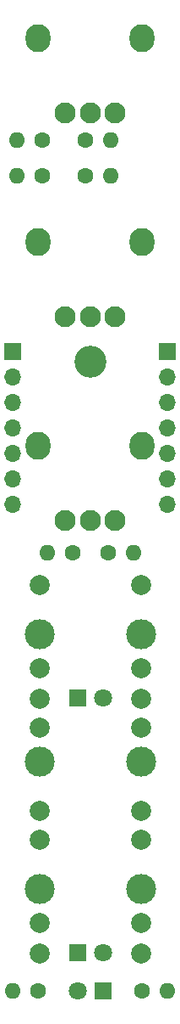
<source format=gbr>
G04 #@! TF.GenerationSoftware,KiCad,Pcbnew,(5.1.9-0-10_14)*
G04 #@! TF.CreationDate,2021-02-07T03:36:00-06:00*
G04 #@! TF.ProjectId,JNTUB_board1,4a4e5455-425f-4626-9f61-7264312e6b69,rev?*
G04 #@! TF.SameCoordinates,Original*
G04 #@! TF.FileFunction,Soldermask,Bot*
G04 #@! TF.FilePolarity,Negative*
%FSLAX46Y46*%
G04 Gerber Fmt 4.6, Leading zero omitted, Abs format (unit mm)*
G04 Created by KiCad (PCBNEW (5.1.9-0-10_14)) date 2021-02-07 03:36:00*
%MOMM*%
%LPD*%
G01*
G04 APERTURE LIST*
%ADD10O,2.500000X2.800000*%
%ADD11C,2.100000*%
%ADD12O,1.600000X1.600000*%
%ADD13C,1.600000*%
%ADD14R,1.700000X1.700000*%
%ADD15O,1.700000X1.700000*%
%ADD16C,2.000000*%
%ADD17C,3.000000*%
%ADD18R,1.800000X1.800000*%
%ADD19C,1.800000*%
%ADD20C,3.200000*%
G04 APERTURE END LIST*
D10*
G04 #@! TO.C,RV3*
X232784000Y-60452000D03*
X222384000Y-60452000D03*
D11*
X230084000Y-67952000D03*
X227584000Y-67952000D03*
X225084000Y-67952000D03*
G04 #@! TD*
D10*
G04 #@! TO.C,RV1*
X232784000Y-101092000D03*
X222384000Y-101092000D03*
D11*
X230084000Y-108592000D03*
X227584000Y-108592000D03*
X225084000Y-108592000D03*
G04 #@! TD*
D10*
G04 #@! TO.C,RV2*
X232784000Y-80772000D03*
X222384000Y-80772000D03*
D11*
X230084000Y-88272000D03*
X227584000Y-88272000D03*
X225084000Y-88272000D03*
G04 #@! TD*
D12*
G04 #@! TO.C,R1*
X229616000Y-74168000D03*
D13*
X227076000Y-74168000D03*
G04 #@! TD*
D12*
G04 #@! TO.C,R3*
X229616000Y-70612000D03*
D13*
X227076000Y-70612000D03*
G04 #@! TD*
D12*
G04 #@! TO.C,R7*
X220218000Y-70612000D03*
D13*
X222758000Y-70612000D03*
G04 #@! TD*
D12*
G04 #@! TO.C,R9*
X220218000Y-74168000D03*
D13*
X222758000Y-74168000D03*
G04 #@! TD*
D12*
G04 #@! TO.C,R15*
X235331000Y-155448000D03*
D13*
X232791000Y-155448000D03*
G04 #@! TD*
D12*
G04 #@! TO.C,R17*
X219837000Y-155448000D03*
D13*
X222377000Y-155448000D03*
G04 #@! TD*
D12*
G04 #@! TO.C,R21*
X231902000Y-111760000D03*
D13*
X229362000Y-111760000D03*
G04 #@! TD*
D12*
G04 #@! TO.C,R29*
X223266000Y-111760000D03*
D13*
X225806000Y-111760000D03*
G04 #@! TD*
D14*
G04 #@! TO.C,J7*
X219837000Y-91694000D03*
D15*
X219837000Y-94234000D03*
X219837000Y-96774000D03*
X219837000Y-99314000D03*
X219837000Y-101854000D03*
X219837000Y-104394000D03*
X219837000Y-106934000D03*
G04 #@! TD*
G04 #@! TO.C,J8*
X235331000Y-106934000D03*
X235331000Y-104394000D03*
X235331000Y-101854000D03*
X235331000Y-99314000D03*
X235331000Y-96774000D03*
X235331000Y-94234000D03*
D14*
X235331000Y-91694000D03*
G04 #@! TD*
D16*
G04 #@! TO.C,J4*
X232664000Y-137508000D03*
X232664000Y-129208000D03*
D17*
X232664000Y-132588000D03*
G04 #@! TD*
D16*
G04 #@! TO.C,J3*
X222504000Y-137508000D03*
X222504000Y-129208000D03*
D17*
X222504000Y-132588000D03*
G04 #@! TD*
G04 #@! TO.C,J6*
X232664000Y-145288000D03*
D16*
X232664000Y-151768000D03*
X232664000Y-148668000D03*
X232664000Y-140368000D03*
G04 #@! TD*
D17*
G04 #@! TO.C,J5*
X222504000Y-145288000D03*
D16*
X222504000Y-151768000D03*
X222504000Y-148668000D03*
X222504000Y-140368000D03*
G04 #@! TD*
D17*
G04 #@! TO.C,J2*
X232664000Y-119888000D03*
D16*
X232664000Y-126368000D03*
X232664000Y-123268000D03*
X232664000Y-114968000D03*
G04 #@! TD*
D17*
G04 #@! TO.C,J1*
X222504000Y-119888000D03*
D16*
X222504000Y-126368000D03*
X222504000Y-123268000D03*
X222504000Y-114968000D03*
G04 #@! TD*
D18*
G04 #@! TO.C,D6*
X226314000Y-126238000D03*
D19*
X228854000Y-126238000D03*
G04 #@! TD*
D18*
G04 #@! TO.C,D7*
X226314000Y-151638000D03*
D19*
X228854000Y-151638000D03*
G04 #@! TD*
D18*
G04 #@! TO.C,D8*
X228854000Y-155448000D03*
D19*
X226314000Y-155448000D03*
G04 #@! TD*
D20*
G04 #@! TO.C,H1*
X227605001Y-92756001D03*
G04 #@! TD*
M02*

</source>
